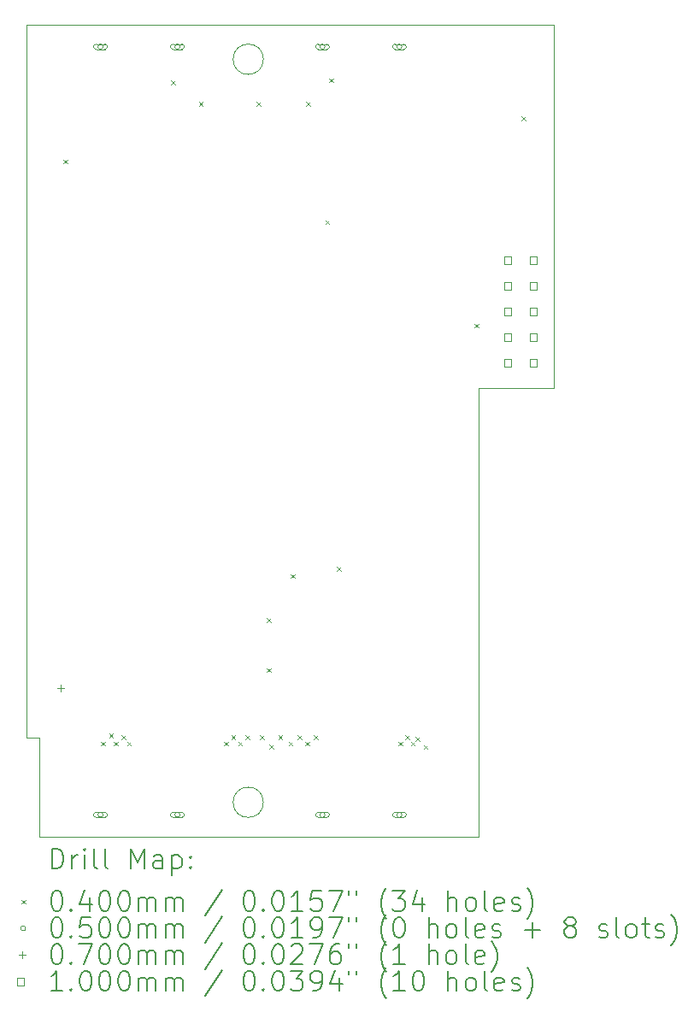
<source format=gbr>
%TF.GenerationSoftware,KiCad,Pcbnew,7.0.10*%
%TF.CreationDate,2025-01-07T15:55:44-07:00*%
%TF.ProjectId,HATB_ver_8.3.1,48415442-5f76-4657-925f-382e332e312e,8.3.1*%
%TF.SameCoordinates,Original*%
%TF.FileFunction,Drillmap*%
%TF.FilePolarity,Positive*%
%FSLAX45Y45*%
G04 Gerber Fmt 4.5, Leading zero omitted, Abs format (unit mm)*
G04 Created by KiCad (PCBNEW 7.0.10) date 2025-01-07 15:55:44*
%MOMM*%
%LPD*%
G01*
G04 APERTURE LIST*
%ADD10C,0.100000*%
%ADD11C,0.200000*%
G04 APERTURE END LIST*
D10*
X21944000Y-4980000D02*
X16714000Y-4980000D01*
X16844000Y-13020000D02*
X16844000Y-12040000D01*
X16714000Y-4980000D02*
X16714000Y-12040000D01*
X16714000Y-12040000D02*
X16844000Y-12040000D01*
X19064000Y-12680000D02*
G75*
G03*
X18764000Y-12680000I-150000J0D01*
G01*
X18764000Y-12680000D02*
G75*
G03*
X19064000Y-12680000I150000J0D01*
G01*
X21944000Y-8580000D02*
X21194000Y-8580000D01*
X21944000Y-4980000D02*
X21944000Y-8580000D01*
X16844000Y-13020000D02*
X21194000Y-13020000D01*
X21194000Y-13020000D02*
X21194000Y-8580000D01*
X19064000Y-5320000D02*
G75*
G03*
X18764000Y-5320000I-150000J0D01*
G01*
X18764000Y-5320000D02*
G75*
G03*
X19064000Y-5320000I150000J0D01*
G01*
D11*
D10*
X17084000Y-6314000D02*
X17124000Y-6354000D01*
X17124000Y-6314000D02*
X17084000Y-6354000D01*
X17456000Y-12078000D02*
X17496000Y-12118000D01*
X17496000Y-12078000D02*
X17456000Y-12118000D01*
X17536000Y-11998000D02*
X17576000Y-12038000D01*
X17576000Y-11998000D02*
X17536000Y-12038000D01*
X17579500Y-12078500D02*
X17619500Y-12118500D01*
X17619500Y-12078500D02*
X17579500Y-12118500D01*
X17660060Y-12014940D02*
X17700060Y-12054940D01*
X17700060Y-12014940D02*
X17660060Y-12054940D01*
X17712500Y-12078500D02*
X17752500Y-12118500D01*
X17752500Y-12078500D02*
X17712500Y-12118500D01*
X18150000Y-5532000D02*
X18190000Y-5572000D01*
X18190000Y-5532000D02*
X18150000Y-5572000D01*
X18424000Y-5743000D02*
X18464000Y-5783000D01*
X18464000Y-5743000D02*
X18424000Y-5783000D01*
X18676060Y-12079940D02*
X18716060Y-12119940D01*
X18716060Y-12079940D02*
X18676060Y-12119940D01*
X18745060Y-12014940D02*
X18785060Y-12054940D01*
X18785060Y-12014940D02*
X18745060Y-12054940D01*
X18813060Y-12079940D02*
X18853060Y-12119940D01*
X18853060Y-12079940D02*
X18813060Y-12119940D01*
X18885060Y-12014940D02*
X18925060Y-12054940D01*
X18925060Y-12014940D02*
X18885060Y-12054940D01*
X18995000Y-5743000D02*
X19035000Y-5783000D01*
X19035000Y-5743000D02*
X18995000Y-5783000D01*
X19028940Y-12014940D02*
X19068940Y-12054940D01*
X19068940Y-12014940D02*
X19028940Y-12054940D01*
X19099001Y-10856000D02*
X19139001Y-10896000D01*
X19139001Y-10856000D02*
X19099001Y-10896000D01*
X19099001Y-11349999D02*
X19139001Y-11389999D01*
X19139001Y-11349999D02*
X19099001Y-11389999D01*
X19125000Y-12111000D02*
X19165000Y-12151000D01*
X19165000Y-12111000D02*
X19125000Y-12151000D01*
X19212500Y-12014500D02*
X19252500Y-12054500D01*
X19252500Y-12014500D02*
X19212500Y-12054500D01*
X19314500Y-12079500D02*
X19354500Y-12119500D01*
X19354500Y-12079500D02*
X19314500Y-12119500D01*
X19333000Y-10419000D02*
X19373000Y-10459000D01*
X19373000Y-10419000D02*
X19333000Y-10459000D01*
X19402500Y-12014500D02*
X19442500Y-12054500D01*
X19442500Y-12014500D02*
X19402500Y-12054500D01*
X19480500Y-12079500D02*
X19520500Y-12119500D01*
X19520500Y-12079500D02*
X19480500Y-12119500D01*
X19484000Y-5743000D02*
X19524000Y-5783000D01*
X19524000Y-5743000D02*
X19484000Y-5783000D01*
X19564500Y-12014500D02*
X19604500Y-12054500D01*
X19604500Y-12014500D02*
X19564500Y-12054500D01*
X19678000Y-6915000D02*
X19718000Y-6955000D01*
X19718000Y-6915000D02*
X19678000Y-6955000D01*
X19718000Y-5509000D02*
X19758000Y-5549000D01*
X19758000Y-5509000D02*
X19718000Y-5549000D01*
X19794000Y-10347000D02*
X19834000Y-10387000D01*
X19834000Y-10347000D02*
X19794000Y-10387000D01*
X20402500Y-12079500D02*
X20442500Y-12119500D01*
X20442500Y-12079500D02*
X20402500Y-12119500D01*
X20467500Y-12014500D02*
X20507500Y-12054500D01*
X20507500Y-12014500D02*
X20467500Y-12054500D01*
X20524500Y-12079500D02*
X20564500Y-12119500D01*
X20564500Y-12079500D02*
X20524500Y-12119500D01*
X20570500Y-12033500D02*
X20610500Y-12073500D01*
X20610500Y-12033500D02*
X20570500Y-12073500D01*
X20651000Y-12114000D02*
X20691000Y-12154000D01*
X20691000Y-12114000D02*
X20651000Y-12154000D01*
X21154951Y-7940049D02*
X21194951Y-7980049D01*
X21194951Y-7940049D02*
X21154951Y-7980049D01*
X21623000Y-5885000D02*
X21663000Y-5925000D01*
X21663000Y-5885000D02*
X21623000Y-5925000D01*
X17475000Y-5195000D02*
G75*
G03*
X17425000Y-5195000I-25000J0D01*
G01*
X17425000Y-5195000D02*
G75*
G03*
X17475000Y-5195000I25000J0D01*
G01*
X17492500Y-5170000D02*
X17407500Y-5170000D01*
X17407500Y-5170000D02*
G75*
G03*
X17407500Y-5220000I0J-25000D01*
G01*
X17407500Y-5220000D02*
X17492500Y-5220000D01*
X17492500Y-5220000D02*
G75*
G03*
X17492500Y-5170000I0J25000D01*
G01*
X17475000Y-12805000D02*
G75*
G03*
X17425000Y-12805000I-25000J0D01*
G01*
X17425000Y-12805000D02*
G75*
G03*
X17475000Y-12805000I25000J0D01*
G01*
X17492500Y-12780000D02*
X17407500Y-12780000D01*
X17407500Y-12780000D02*
G75*
G03*
X17407500Y-12830000I0J-25000D01*
G01*
X17407500Y-12830000D02*
X17492500Y-12830000D01*
X17492500Y-12830000D02*
G75*
G03*
X17492500Y-12780000I0J25000D01*
G01*
X18237000Y-5195000D02*
G75*
G03*
X18187000Y-5195000I-25000J0D01*
G01*
X18187000Y-5195000D02*
G75*
G03*
X18237000Y-5195000I25000J0D01*
G01*
X18254500Y-5170000D02*
X18169500Y-5170000D01*
X18169500Y-5170000D02*
G75*
G03*
X18169500Y-5220000I0J-25000D01*
G01*
X18169500Y-5220000D02*
X18254500Y-5220000D01*
X18254500Y-5220000D02*
G75*
G03*
X18254500Y-5170000I0J25000D01*
G01*
X18237000Y-12805000D02*
G75*
G03*
X18187000Y-12805000I-25000J0D01*
G01*
X18187000Y-12805000D02*
G75*
G03*
X18237000Y-12805000I25000J0D01*
G01*
X18254500Y-12780000D02*
X18169500Y-12780000D01*
X18169500Y-12780000D02*
G75*
G03*
X18169500Y-12830000I0J-25000D01*
G01*
X18169500Y-12830000D02*
X18254500Y-12830000D01*
X18254500Y-12830000D02*
G75*
G03*
X18254500Y-12780000I0J25000D01*
G01*
X19675000Y-5195000D02*
G75*
G03*
X19625000Y-5195000I-25000J0D01*
G01*
X19625000Y-5195000D02*
G75*
G03*
X19675000Y-5195000I25000J0D01*
G01*
X19692500Y-5170000D02*
X19607500Y-5170000D01*
X19607500Y-5170000D02*
G75*
G03*
X19607500Y-5220000I0J-25000D01*
G01*
X19607500Y-5220000D02*
X19692500Y-5220000D01*
X19692500Y-5220000D02*
G75*
G03*
X19692500Y-5170000I0J25000D01*
G01*
X19675000Y-12805000D02*
G75*
G03*
X19625000Y-12805000I-25000J0D01*
G01*
X19625000Y-12805000D02*
G75*
G03*
X19675000Y-12805000I25000J0D01*
G01*
X19692500Y-12780000D02*
X19607500Y-12780000D01*
X19607500Y-12780000D02*
G75*
G03*
X19607500Y-12830000I0J-25000D01*
G01*
X19607500Y-12830000D02*
X19692500Y-12830000D01*
X19692500Y-12830000D02*
G75*
G03*
X19692500Y-12780000I0J25000D01*
G01*
X20437000Y-5195000D02*
G75*
G03*
X20387000Y-5195000I-25000J0D01*
G01*
X20387000Y-5195000D02*
G75*
G03*
X20437000Y-5195000I25000J0D01*
G01*
X20454500Y-5170000D02*
X20369500Y-5170000D01*
X20369500Y-5170000D02*
G75*
G03*
X20369500Y-5220000I0J-25000D01*
G01*
X20369500Y-5220000D02*
X20454500Y-5220000D01*
X20454500Y-5220000D02*
G75*
G03*
X20454500Y-5170000I0J25000D01*
G01*
X20437000Y-12805000D02*
G75*
G03*
X20387000Y-12805000I-25000J0D01*
G01*
X20387000Y-12805000D02*
G75*
G03*
X20437000Y-12805000I25000J0D01*
G01*
X20454500Y-12780000D02*
X20369500Y-12780000D01*
X20369500Y-12780000D02*
G75*
G03*
X20369500Y-12830000I0J-25000D01*
G01*
X20369500Y-12830000D02*
X20454500Y-12830000D01*
X20454500Y-12830000D02*
G75*
G03*
X20454500Y-12780000I0J25000D01*
G01*
X17056000Y-11513000D02*
X17056000Y-11583000D01*
X17021000Y-11548000D02*
X17091000Y-11548000D01*
X21521356Y-7346356D02*
X21521356Y-7275644D01*
X21450644Y-7275644D01*
X21450644Y-7346356D01*
X21521356Y-7346356D01*
X21521356Y-7600356D02*
X21521356Y-7529644D01*
X21450644Y-7529644D01*
X21450644Y-7600356D01*
X21521356Y-7600356D01*
X21521356Y-7854356D02*
X21521356Y-7783644D01*
X21450644Y-7783644D01*
X21450644Y-7854356D01*
X21521356Y-7854356D01*
X21521356Y-8108356D02*
X21521356Y-8037644D01*
X21450644Y-8037644D01*
X21450644Y-8108356D01*
X21521356Y-8108356D01*
X21521356Y-8362356D02*
X21521356Y-8291644D01*
X21450644Y-8291644D01*
X21450644Y-8362356D01*
X21521356Y-8362356D01*
X21775356Y-7346356D02*
X21775356Y-7275644D01*
X21704644Y-7275644D01*
X21704644Y-7346356D01*
X21775356Y-7346356D01*
X21775356Y-7600356D02*
X21775356Y-7529644D01*
X21704644Y-7529644D01*
X21704644Y-7600356D01*
X21775356Y-7600356D01*
X21775356Y-7854356D02*
X21775356Y-7783644D01*
X21704644Y-7783644D01*
X21704644Y-7854356D01*
X21775356Y-7854356D01*
X21775356Y-8108356D02*
X21775356Y-8037644D01*
X21704644Y-8037644D01*
X21704644Y-8108356D01*
X21775356Y-8108356D01*
X21775356Y-8362356D02*
X21775356Y-8291644D01*
X21704644Y-8291644D01*
X21704644Y-8362356D01*
X21775356Y-8362356D01*
D11*
X16969777Y-13336484D02*
X16969777Y-13136484D01*
X16969777Y-13136484D02*
X17017396Y-13136484D01*
X17017396Y-13136484D02*
X17045967Y-13146008D01*
X17045967Y-13146008D02*
X17065015Y-13165055D01*
X17065015Y-13165055D02*
X17074539Y-13184103D01*
X17074539Y-13184103D02*
X17084063Y-13222198D01*
X17084063Y-13222198D02*
X17084063Y-13250769D01*
X17084063Y-13250769D02*
X17074539Y-13288865D01*
X17074539Y-13288865D02*
X17065015Y-13307912D01*
X17065015Y-13307912D02*
X17045967Y-13326960D01*
X17045967Y-13326960D02*
X17017396Y-13336484D01*
X17017396Y-13336484D02*
X16969777Y-13336484D01*
X17169777Y-13336484D02*
X17169777Y-13203150D01*
X17169777Y-13241246D02*
X17179301Y-13222198D01*
X17179301Y-13222198D02*
X17188824Y-13212674D01*
X17188824Y-13212674D02*
X17207872Y-13203150D01*
X17207872Y-13203150D02*
X17226920Y-13203150D01*
X17293586Y-13336484D02*
X17293586Y-13203150D01*
X17293586Y-13136484D02*
X17284063Y-13146008D01*
X17284063Y-13146008D02*
X17293586Y-13155531D01*
X17293586Y-13155531D02*
X17303110Y-13146008D01*
X17303110Y-13146008D02*
X17293586Y-13136484D01*
X17293586Y-13136484D02*
X17293586Y-13155531D01*
X17417396Y-13336484D02*
X17398348Y-13326960D01*
X17398348Y-13326960D02*
X17388824Y-13307912D01*
X17388824Y-13307912D02*
X17388824Y-13136484D01*
X17522158Y-13336484D02*
X17503110Y-13326960D01*
X17503110Y-13326960D02*
X17493586Y-13307912D01*
X17493586Y-13307912D02*
X17493586Y-13136484D01*
X17750729Y-13336484D02*
X17750729Y-13136484D01*
X17750729Y-13136484D02*
X17817396Y-13279341D01*
X17817396Y-13279341D02*
X17884063Y-13136484D01*
X17884063Y-13136484D02*
X17884063Y-13336484D01*
X18065015Y-13336484D02*
X18065015Y-13231722D01*
X18065015Y-13231722D02*
X18055491Y-13212674D01*
X18055491Y-13212674D02*
X18036444Y-13203150D01*
X18036444Y-13203150D02*
X17998348Y-13203150D01*
X17998348Y-13203150D02*
X17979301Y-13212674D01*
X18065015Y-13326960D02*
X18045967Y-13336484D01*
X18045967Y-13336484D02*
X17998348Y-13336484D01*
X17998348Y-13336484D02*
X17979301Y-13326960D01*
X17979301Y-13326960D02*
X17969777Y-13307912D01*
X17969777Y-13307912D02*
X17969777Y-13288865D01*
X17969777Y-13288865D02*
X17979301Y-13269817D01*
X17979301Y-13269817D02*
X17998348Y-13260293D01*
X17998348Y-13260293D02*
X18045967Y-13260293D01*
X18045967Y-13260293D02*
X18065015Y-13250769D01*
X18160253Y-13203150D02*
X18160253Y-13403150D01*
X18160253Y-13212674D02*
X18179301Y-13203150D01*
X18179301Y-13203150D02*
X18217396Y-13203150D01*
X18217396Y-13203150D02*
X18236444Y-13212674D01*
X18236444Y-13212674D02*
X18245967Y-13222198D01*
X18245967Y-13222198D02*
X18255491Y-13241246D01*
X18255491Y-13241246D02*
X18255491Y-13298388D01*
X18255491Y-13298388D02*
X18245967Y-13317436D01*
X18245967Y-13317436D02*
X18236444Y-13326960D01*
X18236444Y-13326960D02*
X18217396Y-13336484D01*
X18217396Y-13336484D02*
X18179301Y-13336484D01*
X18179301Y-13336484D02*
X18160253Y-13326960D01*
X18341205Y-13317436D02*
X18350729Y-13326960D01*
X18350729Y-13326960D02*
X18341205Y-13336484D01*
X18341205Y-13336484D02*
X18331682Y-13326960D01*
X18331682Y-13326960D02*
X18341205Y-13317436D01*
X18341205Y-13317436D02*
X18341205Y-13336484D01*
X18341205Y-13212674D02*
X18350729Y-13222198D01*
X18350729Y-13222198D02*
X18341205Y-13231722D01*
X18341205Y-13231722D02*
X18331682Y-13222198D01*
X18331682Y-13222198D02*
X18341205Y-13212674D01*
X18341205Y-13212674D02*
X18341205Y-13231722D01*
D10*
X16669000Y-13645000D02*
X16709000Y-13685000D01*
X16709000Y-13645000D02*
X16669000Y-13685000D01*
D11*
X17007872Y-13556484D02*
X17026920Y-13556484D01*
X17026920Y-13556484D02*
X17045967Y-13566008D01*
X17045967Y-13566008D02*
X17055491Y-13575531D01*
X17055491Y-13575531D02*
X17065015Y-13594579D01*
X17065015Y-13594579D02*
X17074539Y-13632674D01*
X17074539Y-13632674D02*
X17074539Y-13680293D01*
X17074539Y-13680293D02*
X17065015Y-13718388D01*
X17065015Y-13718388D02*
X17055491Y-13737436D01*
X17055491Y-13737436D02*
X17045967Y-13746960D01*
X17045967Y-13746960D02*
X17026920Y-13756484D01*
X17026920Y-13756484D02*
X17007872Y-13756484D01*
X17007872Y-13756484D02*
X16988824Y-13746960D01*
X16988824Y-13746960D02*
X16979301Y-13737436D01*
X16979301Y-13737436D02*
X16969777Y-13718388D01*
X16969777Y-13718388D02*
X16960253Y-13680293D01*
X16960253Y-13680293D02*
X16960253Y-13632674D01*
X16960253Y-13632674D02*
X16969777Y-13594579D01*
X16969777Y-13594579D02*
X16979301Y-13575531D01*
X16979301Y-13575531D02*
X16988824Y-13566008D01*
X16988824Y-13566008D02*
X17007872Y-13556484D01*
X17160253Y-13737436D02*
X17169777Y-13746960D01*
X17169777Y-13746960D02*
X17160253Y-13756484D01*
X17160253Y-13756484D02*
X17150729Y-13746960D01*
X17150729Y-13746960D02*
X17160253Y-13737436D01*
X17160253Y-13737436D02*
X17160253Y-13756484D01*
X17341205Y-13623150D02*
X17341205Y-13756484D01*
X17293586Y-13546960D02*
X17245967Y-13689817D01*
X17245967Y-13689817D02*
X17369777Y-13689817D01*
X17484063Y-13556484D02*
X17503110Y-13556484D01*
X17503110Y-13556484D02*
X17522158Y-13566008D01*
X17522158Y-13566008D02*
X17531682Y-13575531D01*
X17531682Y-13575531D02*
X17541205Y-13594579D01*
X17541205Y-13594579D02*
X17550729Y-13632674D01*
X17550729Y-13632674D02*
X17550729Y-13680293D01*
X17550729Y-13680293D02*
X17541205Y-13718388D01*
X17541205Y-13718388D02*
X17531682Y-13737436D01*
X17531682Y-13737436D02*
X17522158Y-13746960D01*
X17522158Y-13746960D02*
X17503110Y-13756484D01*
X17503110Y-13756484D02*
X17484063Y-13756484D01*
X17484063Y-13756484D02*
X17465015Y-13746960D01*
X17465015Y-13746960D02*
X17455491Y-13737436D01*
X17455491Y-13737436D02*
X17445967Y-13718388D01*
X17445967Y-13718388D02*
X17436444Y-13680293D01*
X17436444Y-13680293D02*
X17436444Y-13632674D01*
X17436444Y-13632674D02*
X17445967Y-13594579D01*
X17445967Y-13594579D02*
X17455491Y-13575531D01*
X17455491Y-13575531D02*
X17465015Y-13566008D01*
X17465015Y-13566008D02*
X17484063Y-13556484D01*
X17674539Y-13556484D02*
X17693586Y-13556484D01*
X17693586Y-13556484D02*
X17712634Y-13566008D01*
X17712634Y-13566008D02*
X17722158Y-13575531D01*
X17722158Y-13575531D02*
X17731682Y-13594579D01*
X17731682Y-13594579D02*
X17741205Y-13632674D01*
X17741205Y-13632674D02*
X17741205Y-13680293D01*
X17741205Y-13680293D02*
X17731682Y-13718388D01*
X17731682Y-13718388D02*
X17722158Y-13737436D01*
X17722158Y-13737436D02*
X17712634Y-13746960D01*
X17712634Y-13746960D02*
X17693586Y-13756484D01*
X17693586Y-13756484D02*
X17674539Y-13756484D01*
X17674539Y-13756484D02*
X17655491Y-13746960D01*
X17655491Y-13746960D02*
X17645967Y-13737436D01*
X17645967Y-13737436D02*
X17636444Y-13718388D01*
X17636444Y-13718388D02*
X17626920Y-13680293D01*
X17626920Y-13680293D02*
X17626920Y-13632674D01*
X17626920Y-13632674D02*
X17636444Y-13594579D01*
X17636444Y-13594579D02*
X17645967Y-13575531D01*
X17645967Y-13575531D02*
X17655491Y-13566008D01*
X17655491Y-13566008D02*
X17674539Y-13556484D01*
X17826920Y-13756484D02*
X17826920Y-13623150D01*
X17826920Y-13642198D02*
X17836444Y-13632674D01*
X17836444Y-13632674D02*
X17855491Y-13623150D01*
X17855491Y-13623150D02*
X17884063Y-13623150D01*
X17884063Y-13623150D02*
X17903110Y-13632674D01*
X17903110Y-13632674D02*
X17912634Y-13651722D01*
X17912634Y-13651722D02*
X17912634Y-13756484D01*
X17912634Y-13651722D02*
X17922158Y-13632674D01*
X17922158Y-13632674D02*
X17941205Y-13623150D01*
X17941205Y-13623150D02*
X17969777Y-13623150D01*
X17969777Y-13623150D02*
X17988825Y-13632674D01*
X17988825Y-13632674D02*
X17998348Y-13651722D01*
X17998348Y-13651722D02*
X17998348Y-13756484D01*
X18093586Y-13756484D02*
X18093586Y-13623150D01*
X18093586Y-13642198D02*
X18103110Y-13632674D01*
X18103110Y-13632674D02*
X18122158Y-13623150D01*
X18122158Y-13623150D02*
X18150729Y-13623150D01*
X18150729Y-13623150D02*
X18169777Y-13632674D01*
X18169777Y-13632674D02*
X18179301Y-13651722D01*
X18179301Y-13651722D02*
X18179301Y-13756484D01*
X18179301Y-13651722D02*
X18188825Y-13632674D01*
X18188825Y-13632674D02*
X18207872Y-13623150D01*
X18207872Y-13623150D02*
X18236444Y-13623150D01*
X18236444Y-13623150D02*
X18255491Y-13632674D01*
X18255491Y-13632674D02*
X18265015Y-13651722D01*
X18265015Y-13651722D02*
X18265015Y-13756484D01*
X18655491Y-13546960D02*
X18484063Y-13804103D01*
X18912634Y-13556484D02*
X18931682Y-13556484D01*
X18931682Y-13556484D02*
X18950729Y-13566008D01*
X18950729Y-13566008D02*
X18960253Y-13575531D01*
X18960253Y-13575531D02*
X18969777Y-13594579D01*
X18969777Y-13594579D02*
X18979301Y-13632674D01*
X18979301Y-13632674D02*
X18979301Y-13680293D01*
X18979301Y-13680293D02*
X18969777Y-13718388D01*
X18969777Y-13718388D02*
X18960253Y-13737436D01*
X18960253Y-13737436D02*
X18950729Y-13746960D01*
X18950729Y-13746960D02*
X18931682Y-13756484D01*
X18931682Y-13756484D02*
X18912634Y-13756484D01*
X18912634Y-13756484D02*
X18893587Y-13746960D01*
X18893587Y-13746960D02*
X18884063Y-13737436D01*
X18884063Y-13737436D02*
X18874539Y-13718388D01*
X18874539Y-13718388D02*
X18865015Y-13680293D01*
X18865015Y-13680293D02*
X18865015Y-13632674D01*
X18865015Y-13632674D02*
X18874539Y-13594579D01*
X18874539Y-13594579D02*
X18884063Y-13575531D01*
X18884063Y-13575531D02*
X18893587Y-13566008D01*
X18893587Y-13566008D02*
X18912634Y-13556484D01*
X19065015Y-13737436D02*
X19074539Y-13746960D01*
X19074539Y-13746960D02*
X19065015Y-13756484D01*
X19065015Y-13756484D02*
X19055491Y-13746960D01*
X19055491Y-13746960D02*
X19065015Y-13737436D01*
X19065015Y-13737436D02*
X19065015Y-13756484D01*
X19198348Y-13556484D02*
X19217396Y-13556484D01*
X19217396Y-13556484D02*
X19236444Y-13566008D01*
X19236444Y-13566008D02*
X19245968Y-13575531D01*
X19245968Y-13575531D02*
X19255491Y-13594579D01*
X19255491Y-13594579D02*
X19265015Y-13632674D01*
X19265015Y-13632674D02*
X19265015Y-13680293D01*
X19265015Y-13680293D02*
X19255491Y-13718388D01*
X19255491Y-13718388D02*
X19245968Y-13737436D01*
X19245968Y-13737436D02*
X19236444Y-13746960D01*
X19236444Y-13746960D02*
X19217396Y-13756484D01*
X19217396Y-13756484D02*
X19198348Y-13756484D01*
X19198348Y-13756484D02*
X19179301Y-13746960D01*
X19179301Y-13746960D02*
X19169777Y-13737436D01*
X19169777Y-13737436D02*
X19160253Y-13718388D01*
X19160253Y-13718388D02*
X19150729Y-13680293D01*
X19150729Y-13680293D02*
X19150729Y-13632674D01*
X19150729Y-13632674D02*
X19160253Y-13594579D01*
X19160253Y-13594579D02*
X19169777Y-13575531D01*
X19169777Y-13575531D02*
X19179301Y-13566008D01*
X19179301Y-13566008D02*
X19198348Y-13556484D01*
X19455491Y-13756484D02*
X19341206Y-13756484D01*
X19398348Y-13756484D02*
X19398348Y-13556484D01*
X19398348Y-13556484D02*
X19379301Y-13585055D01*
X19379301Y-13585055D02*
X19360253Y-13604103D01*
X19360253Y-13604103D02*
X19341206Y-13613627D01*
X19636444Y-13556484D02*
X19541206Y-13556484D01*
X19541206Y-13556484D02*
X19531682Y-13651722D01*
X19531682Y-13651722D02*
X19541206Y-13642198D01*
X19541206Y-13642198D02*
X19560253Y-13632674D01*
X19560253Y-13632674D02*
X19607872Y-13632674D01*
X19607872Y-13632674D02*
X19626920Y-13642198D01*
X19626920Y-13642198D02*
X19636444Y-13651722D01*
X19636444Y-13651722D02*
X19645968Y-13670769D01*
X19645968Y-13670769D02*
X19645968Y-13718388D01*
X19645968Y-13718388D02*
X19636444Y-13737436D01*
X19636444Y-13737436D02*
X19626920Y-13746960D01*
X19626920Y-13746960D02*
X19607872Y-13756484D01*
X19607872Y-13756484D02*
X19560253Y-13756484D01*
X19560253Y-13756484D02*
X19541206Y-13746960D01*
X19541206Y-13746960D02*
X19531682Y-13737436D01*
X19712634Y-13556484D02*
X19845968Y-13556484D01*
X19845968Y-13556484D02*
X19760253Y-13756484D01*
X19912634Y-13556484D02*
X19912634Y-13594579D01*
X19988825Y-13556484D02*
X19988825Y-13594579D01*
X20284063Y-13832674D02*
X20274539Y-13823150D01*
X20274539Y-13823150D02*
X20255491Y-13794579D01*
X20255491Y-13794579D02*
X20245968Y-13775531D01*
X20245968Y-13775531D02*
X20236444Y-13746960D01*
X20236444Y-13746960D02*
X20226920Y-13699341D01*
X20226920Y-13699341D02*
X20226920Y-13661246D01*
X20226920Y-13661246D02*
X20236444Y-13613627D01*
X20236444Y-13613627D02*
X20245968Y-13585055D01*
X20245968Y-13585055D02*
X20255491Y-13566008D01*
X20255491Y-13566008D02*
X20274539Y-13537436D01*
X20274539Y-13537436D02*
X20284063Y-13527912D01*
X20341206Y-13556484D02*
X20465015Y-13556484D01*
X20465015Y-13556484D02*
X20398349Y-13632674D01*
X20398349Y-13632674D02*
X20426920Y-13632674D01*
X20426920Y-13632674D02*
X20445968Y-13642198D01*
X20445968Y-13642198D02*
X20455491Y-13651722D01*
X20455491Y-13651722D02*
X20465015Y-13670769D01*
X20465015Y-13670769D02*
X20465015Y-13718388D01*
X20465015Y-13718388D02*
X20455491Y-13737436D01*
X20455491Y-13737436D02*
X20445968Y-13746960D01*
X20445968Y-13746960D02*
X20426920Y-13756484D01*
X20426920Y-13756484D02*
X20369777Y-13756484D01*
X20369777Y-13756484D02*
X20350730Y-13746960D01*
X20350730Y-13746960D02*
X20341206Y-13737436D01*
X20636444Y-13623150D02*
X20636444Y-13756484D01*
X20588825Y-13546960D02*
X20541206Y-13689817D01*
X20541206Y-13689817D02*
X20665015Y-13689817D01*
X20893587Y-13756484D02*
X20893587Y-13556484D01*
X20979301Y-13756484D02*
X20979301Y-13651722D01*
X20979301Y-13651722D02*
X20969777Y-13632674D01*
X20969777Y-13632674D02*
X20950730Y-13623150D01*
X20950730Y-13623150D02*
X20922158Y-13623150D01*
X20922158Y-13623150D02*
X20903111Y-13632674D01*
X20903111Y-13632674D02*
X20893587Y-13642198D01*
X21103111Y-13756484D02*
X21084063Y-13746960D01*
X21084063Y-13746960D02*
X21074539Y-13737436D01*
X21074539Y-13737436D02*
X21065015Y-13718388D01*
X21065015Y-13718388D02*
X21065015Y-13661246D01*
X21065015Y-13661246D02*
X21074539Y-13642198D01*
X21074539Y-13642198D02*
X21084063Y-13632674D01*
X21084063Y-13632674D02*
X21103111Y-13623150D01*
X21103111Y-13623150D02*
X21131682Y-13623150D01*
X21131682Y-13623150D02*
X21150730Y-13632674D01*
X21150730Y-13632674D02*
X21160253Y-13642198D01*
X21160253Y-13642198D02*
X21169777Y-13661246D01*
X21169777Y-13661246D02*
X21169777Y-13718388D01*
X21169777Y-13718388D02*
X21160253Y-13737436D01*
X21160253Y-13737436D02*
X21150730Y-13746960D01*
X21150730Y-13746960D02*
X21131682Y-13756484D01*
X21131682Y-13756484D02*
X21103111Y-13756484D01*
X21284063Y-13756484D02*
X21265015Y-13746960D01*
X21265015Y-13746960D02*
X21255492Y-13727912D01*
X21255492Y-13727912D02*
X21255492Y-13556484D01*
X21436444Y-13746960D02*
X21417396Y-13756484D01*
X21417396Y-13756484D02*
X21379301Y-13756484D01*
X21379301Y-13756484D02*
X21360253Y-13746960D01*
X21360253Y-13746960D02*
X21350730Y-13727912D01*
X21350730Y-13727912D02*
X21350730Y-13651722D01*
X21350730Y-13651722D02*
X21360253Y-13632674D01*
X21360253Y-13632674D02*
X21379301Y-13623150D01*
X21379301Y-13623150D02*
X21417396Y-13623150D01*
X21417396Y-13623150D02*
X21436444Y-13632674D01*
X21436444Y-13632674D02*
X21445968Y-13651722D01*
X21445968Y-13651722D02*
X21445968Y-13670769D01*
X21445968Y-13670769D02*
X21350730Y-13689817D01*
X21522158Y-13746960D02*
X21541206Y-13756484D01*
X21541206Y-13756484D02*
X21579301Y-13756484D01*
X21579301Y-13756484D02*
X21598349Y-13746960D01*
X21598349Y-13746960D02*
X21607873Y-13727912D01*
X21607873Y-13727912D02*
X21607873Y-13718388D01*
X21607873Y-13718388D02*
X21598349Y-13699341D01*
X21598349Y-13699341D02*
X21579301Y-13689817D01*
X21579301Y-13689817D02*
X21550730Y-13689817D01*
X21550730Y-13689817D02*
X21531682Y-13680293D01*
X21531682Y-13680293D02*
X21522158Y-13661246D01*
X21522158Y-13661246D02*
X21522158Y-13651722D01*
X21522158Y-13651722D02*
X21531682Y-13632674D01*
X21531682Y-13632674D02*
X21550730Y-13623150D01*
X21550730Y-13623150D02*
X21579301Y-13623150D01*
X21579301Y-13623150D02*
X21598349Y-13632674D01*
X21674539Y-13832674D02*
X21684063Y-13823150D01*
X21684063Y-13823150D02*
X21703111Y-13794579D01*
X21703111Y-13794579D02*
X21712634Y-13775531D01*
X21712634Y-13775531D02*
X21722158Y-13746960D01*
X21722158Y-13746960D02*
X21731682Y-13699341D01*
X21731682Y-13699341D02*
X21731682Y-13661246D01*
X21731682Y-13661246D02*
X21722158Y-13613627D01*
X21722158Y-13613627D02*
X21712634Y-13585055D01*
X21712634Y-13585055D02*
X21703111Y-13566008D01*
X21703111Y-13566008D02*
X21684063Y-13537436D01*
X21684063Y-13537436D02*
X21674539Y-13527912D01*
D10*
X16709000Y-13929000D02*
G75*
G03*
X16659000Y-13929000I-25000J0D01*
G01*
X16659000Y-13929000D02*
G75*
G03*
X16709000Y-13929000I25000J0D01*
G01*
D11*
X17007872Y-13820484D02*
X17026920Y-13820484D01*
X17026920Y-13820484D02*
X17045967Y-13830008D01*
X17045967Y-13830008D02*
X17055491Y-13839531D01*
X17055491Y-13839531D02*
X17065015Y-13858579D01*
X17065015Y-13858579D02*
X17074539Y-13896674D01*
X17074539Y-13896674D02*
X17074539Y-13944293D01*
X17074539Y-13944293D02*
X17065015Y-13982388D01*
X17065015Y-13982388D02*
X17055491Y-14001436D01*
X17055491Y-14001436D02*
X17045967Y-14010960D01*
X17045967Y-14010960D02*
X17026920Y-14020484D01*
X17026920Y-14020484D02*
X17007872Y-14020484D01*
X17007872Y-14020484D02*
X16988824Y-14010960D01*
X16988824Y-14010960D02*
X16979301Y-14001436D01*
X16979301Y-14001436D02*
X16969777Y-13982388D01*
X16969777Y-13982388D02*
X16960253Y-13944293D01*
X16960253Y-13944293D02*
X16960253Y-13896674D01*
X16960253Y-13896674D02*
X16969777Y-13858579D01*
X16969777Y-13858579D02*
X16979301Y-13839531D01*
X16979301Y-13839531D02*
X16988824Y-13830008D01*
X16988824Y-13830008D02*
X17007872Y-13820484D01*
X17160253Y-14001436D02*
X17169777Y-14010960D01*
X17169777Y-14010960D02*
X17160253Y-14020484D01*
X17160253Y-14020484D02*
X17150729Y-14010960D01*
X17150729Y-14010960D02*
X17160253Y-14001436D01*
X17160253Y-14001436D02*
X17160253Y-14020484D01*
X17350729Y-13820484D02*
X17255491Y-13820484D01*
X17255491Y-13820484D02*
X17245967Y-13915722D01*
X17245967Y-13915722D02*
X17255491Y-13906198D01*
X17255491Y-13906198D02*
X17274539Y-13896674D01*
X17274539Y-13896674D02*
X17322158Y-13896674D01*
X17322158Y-13896674D02*
X17341205Y-13906198D01*
X17341205Y-13906198D02*
X17350729Y-13915722D01*
X17350729Y-13915722D02*
X17360253Y-13934769D01*
X17360253Y-13934769D02*
X17360253Y-13982388D01*
X17360253Y-13982388D02*
X17350729Y-14001436D01*
X17350729Y-14001436D02*
X17341205Y-14010960D01*
X17341205Y-14010960D02*
X17322158Y-14020484D01*
X17322158Y-14020484D02*
X17274539Y-14020484D01*
X17274539Y-14020484D02*
X17255491Y-14010960D01*
X17255491Y-14010960D02*
X17245967Y-14001436D01*
X17484063Y-13820484D02*
X17503110Y-13820484D01*
X17503110Y-13820484D02*
X17522158Y-13830008D01*
X17522158Y-13830008D02*
X17531682Y-13839531D01*
X17531682Y-13839531D02*
X17541205Y-13858579D01*
X17541205Y-13858579D02*
X17550729Y-13896674D01*
X17550729Y-13896674D02*
X17550729Y-13944293D01*
X17550729Y-13944293D02*
X17541205Y-13982388D01*
X17541205Y-13982388D02*
X17531682Y-14001436D01*
X17531682Y-14001436D02*
X17522158Y-14010960D01*
X17522158Y-14010960D02*
X17503110Y-14020484D01*
X17503110Y-14020484D02*
X17484063Y-14020484D01*
X17484063Y-14020484D02*
X17465015Y-14010960D01*
X17465015Y-14010960D02*
X17455491Y-14001436D01*
X17455491Y-14001436D02*
X17445967Y-13982388D01*
X17445967Y-13982388D02*
X17436444Y-13944293D01*
X17436444Y-13944293D02*
X17436444Y-13896674D01*
X17436444Y-13896674D02*
X17445967Y-13858579D01*
X17445967Y-13858579D02*
X17455491Y-13839531D01*
X17455491Y-13839531D02*
X17465015Y-13830008D01*
X17465015Y-13830008D02*
X17484063Y-13820484D01*
X17674539Y-13820484D02*
X17693586Y-13820484D01*
X17693586Y-13820484D02*
X17712634Y-13830008D01*
X17712634Y-13830008D02*
X17722158Y-13839531D01*
X17722158Y-13839531D02*
X17731682Y-13858579D01*
X17731682Y-13858579D02*
X17741205Y-13896674D01*
X17741205Y-13896674D02*
X17741205Y-13944293D01*
X17741205Y-13944293D02*
X17731682Y-13982388D01*
X17731682Y-13982388D02*
X17722158Y-14001436D01*
X17722158Y-14001436D02*
X17712634Y-14010960D01*
X17712634Y-14010960D02*
X17693586Y-14020484D01*
X17693586Y-14020484D02*
X17674539Y-14020484D01*
X17674539Y-14020484D02*
X17655491Y-14010960D01*
X17655491Y-14010960D02*
X17645967Y-14001436D01*
X17645967Y-14001436D02*
X17636444Y-13982388D01*
X17636444Y-13982388D02*
X17626920Y-13944293D01*
X17626920Y-13944293D02*
X17626920Y-13896674D01*
X17626920Y-13896674D02*
X17636444Y-13858579D01*
X17636444Y-13858579D02*
X17645967Y-13839531D01*
X17645967Y-13839531D02*
X17655491Y-13830008D01*
X17655491Y-13830008D02*
X17674539Y-13820484D01*
X17826920Y-14020484D02*
X17826920Y-13887150D01*
X17826920Y-13906198D02*
X17836444Y-13896674D01*
X17836444Y-13896674D02*
X17855491Y-13887150D01*
X17855491Y-13887150D02*
X17884063Y-13887150D01*
X17884063Y-13887150D02*
X17903110Y-13896674D01*
X17903110Y-13896674D02*
X17912634Y-13915722D01*
X17912634Y-13915722D02*
X17912634Y-14020484D01*
X17912634Y-13915722D02*
X17922158Y-13896674D01*
X17922158Y-13896674D02*
X17941205Y-13887150D01*
X17941205Y-13887150D02*
X17969777Y-13887150D01*
X17969777Y-13887150D02*
X17988825Y-13896674D01*
X17988825Y-13896674D02*
X17998348Y-13915722D01*
X17998348Y-13915722D02*
X17998348Y-14020484D01*
X18093586Y-14020484D02*
X18093586Y-13887150D01*
X18093586Y-13906198D02*
X18103110Y-13896674D01*
X18103110Y-13896674D02*
X18122158Y-13887150D01*
X18122158Y-13887150D02*
X18150729Y-13887150D01*
X18150729Y-13887150D02*
X18169777Y-13896674D01*
X18169777Y-13896674D02*
X18179301Y-13915722D01*
X18179301Y-13915722D02*
X18179301Y-14020484D01*
X18179301Y-13915722D02*
X18188825Y-13896674D01*
X18188825Y-13896674D02*
X18207872Y-13887150D01*
X18207872Y-13887150D02*
X18236444Y-13887150D01*
X18236444Y-13887150D02*
X18255491Y-13896674D01*
X18255491Y-13896674D02*
X18265015Y-13915722D01*
X18265015Y-13915722D02*
X18265015Y-14020484D01*
X18655491Y-13810960D02*
X18484063Y-14068103D01*
X18912634Y-13820484D02*
X18931682Y-13820484D01*
X18931682Y-13820484D02*
X18950729Y-13830008D01*
X18950729Y-13830008D02*
X18960253Y-13839531D01*
X18960253Y-13839531D02*
X18969777Y-13858579D01*
X18969777Y-13858579D02*
X18979301Y-13896674D01*
X18979301Y-13896674D02*
X18979301Y-13944293D01*
X18979301Y-13944293D02*
X18969777Y-13982388D01*
X18969777Y-13982388D02*
X18960253Y-14001436D01*
X18960253Y-14001436D02*
X18950729Y-14010960D01*
X18950729Y-14010960D02*
X18931682Y-14020484D01*
X18931682Y-14020484D02*
X18912634Y-14020484D01*
X18912634Y-14020484D02*
X18893587Y-14010960D01*
X18893587Y-14010960D02*
X18884063Y-14001436D01*
X18884063Y-14001436D02*
X18874539Y-13982388D01*
X18874539Y-13982388D02*
X18865015Y-13944293D01*
X18865015Y-13944293D02*
X18865015Y-13896674D01*
X18865015Y-13896674D02*
X18874539Y-13858579D01*
X18874539Y-13858579D02*
X18884063Y-13839531D01*
X18884063Y-13839531D02*
X18893587Y-13830008D01*
X18893587Y-13830008D02*
X18912634Y-13820484D01*
X19065015Y-14001436D02*
X19074539Y-14010960D01*
X19074539Y-14010960D02*
X19065015Y-14020484D01*
X19065015Y-14020484D02*
X19055491Y-14010960D01*
X19055491Y-14010960D02*
X19065015Y-14001436D01*
X19065015Y-14001436D02*
X19065015Y-14020484D01*
X19198348Y-13820484D02*
X19217396Y-13820484D01*
X19217396Y-13820484D02*
X19236444Y-13830008D01*
X19236444Y-13830008D02*
X19245968Y-13839531D01*
X19245968Y-13839531D02*
X19255491Y-13858579D01*
X19255491Y-13858579D02*
X19265015Y-13896674D01*
X19265015Y-13896674D02*
X19265015Y-13944293D01*
X19265015Y-13944293D02*
X19255491Y-13982388D01*
X19255491Y-13982388D02*
X19245968Y-14001436D01*
X19245968Y-14001436D02*
X19236444Y-14010960D01*
X19236444Y-14010960D02*
X19217396Y-14020484D01*
X19217396Y-14020484D02*
X19198348Y-14020484D01*
X19198348Y-14020484D02*
X19179301Y-14010960D01*
X19179301Y-14010960D02*
X19169777Y-14001436D01*
X19169777Y-14001436D02*
X19160253Y-13982388D01*
X19160253Y-13982388D02*
X19150729Y-13944293D01*
X19150729Y-13944293D02*
X19150729Y-13896674D01*
X19150729Y-13896674D02*
X19160253Y-13858579D01*
X19160253Y-13858579D02*
X19169777Y-13839531D01*
X19169777Y-13839531D02*
X19179301Y-13830008D01*
X19179301Y-13830008D02*
X19198348Y-13820484D01*
X19455491Y-14020484D02*
X19341206Y-14020484D01*
X19398348Y-14020484D02*
X19398348Y-13820484D01*
X19398348Y-13820484D02*
X19379301Y-13849055D01*
X19379301Y-13849055D02*
X19360253Y-13868103D01*
X19360253Y-13868103D02*
X19341206Y-13877627D01*
X19550729Y-14020484D02*
X19588825Y-14020484D01*
X19588825Y-14020484D02*
X19607872Y-14010960D01*
X19607872Y-14010960D02*
X19617396Y-14001436D01*
X19617396Y-14001436D02*
X19636444Y-13972865D01*
X19636444Y-13972865D02*
X19645968Y-13934769D01*
X19645968Y-13934769D02*
X19645968Y-13858579D01*
X19645968Y-13858579D02*
X19636444Y-13839531D01*
X19636444Y-13839531D02*
X19626920Y-13830008D01*
X19626920Y-13830008D02*
X19607872Y-13820484D01*
X19607872Y-13820484D02*
X19569777Y-13820484D01*
X19569777Y-13820484D02*
X19550729Y-13830008D01*
X19550729Y-13830008D02*
X19541206Y-13839531D01*
X19541206Y-13839531D02*
X19531682Y-13858579D01*
X19531682Y-13858579D02*
X19531682Y-13906198D01*
X19531682Y-13906198D02*
X19541206Y-13925246D01*
X19541206Y-13925246D02*
X19550729Y-13934769D01*
X19550729Y-13934769D02*
X19569777Y-13944293D01*
X19569777Y-13944293D02*
X19607872Y-13944293D01*
X19607872Y-13944293D02*
X19626920Y-13934769D01*
X19626920Y-13934769D02*
X19636444Y-13925246D01*
X19636444Y-13925246D02*
X19645968Y-13906198D01*
X19712634Y-13820484D02*
X19845968Y-13820484D01*
X19845968Y-13820484D02*
X19760253Y-14020484D01*
X19912634Y-13820484D02*
X19912634Y-13858579D01*
X19988825Y-13820484D02*
X19988825Y-13858579D01*
X20284063Y-14096674D02*
X20274539Y-14087150D01*
X20274539Y-14087150D02*
X20255491Y-14058579D01*
X20255491Y-14058579D02*
X20245968Y-14039531D01*
X20245968Y-14039531D02*
X20236444Y-14010960D01*
X20236444Y-14010960D02*
X20226920Y-13963341D01*
X20226920Y-13963341D02*
X20226920Y-13925246D01*
X20226920Y-13925246D02*
X20236444Y-13877627D01*
X20236444Y-13877627D02*
X20245968Y-13849055D01*
X20245968Y-13849055D02*
X20255491Y-13830008D01*
X20255491Y-13830008D02*
X20274539Y-13801436D01*
X20274539Y-13801436D02*
X20284063Y-13791912D01*
X20398349Y-13820484D02*
X20417396Y-13820484D01*
X20417396Y-13820484D02*
X20436444Y-13830008D01*
X20436444Y-13830008D02*
X20445968Y-13839531D01*
X20445968Y-13839531D02*
X20455491Y-13858579D01*
X20455491Y-13858579D02*
X20465015Y-13896674D01*
X20465015Y-13896674D02*
X20465015Y-13944293D01*
X20465015Y-13944293D02*
X20455491Y-13982388D01*
X20455491Y-13982388D02*
X20445968Y-14001436D01*
X20445968Y-14001436D02*
X20436444Y-14010960D01*
X20436444Y-14010960D02*
X20417396Y-14020484D01*
X20417396Y-14020484D02*
X20398349Y-14020484D01*
X20398349Y-14020484D02*
X20379301Y-14010960D01*
X20379301Y-14010960D02*
X20369777Y-14001436D01*
X20369777Y-14001436D02*
X20360253Y-13982388D01*
X20360253Y-13982388D02*
X20350730Y-13944293D01*
X20350730Y-13944293D02*
X20350730Y-13896674D01*
X20350730Y-13896674D02*
X20360253Y-13858579D01*
X20360253Y-13858579D02*
X20369777Y-13839531D01*
X20369777Y-13839531D02*
X20379301Y-13830008D01*
X20379301Y-13830008D02*
X20398349Y-13820484D01*
X20703111Y-14020484D02*
X20703111Y-13820484D01*
X20788825Y-14020484D02*
X20788825Y-13915722D01*
X20788825Y-13915722D02*
X20779301Y-13896674D01*
X20779301Y-13896674D02*
X20760253Y-13887150D01*
X20760253Y-13887150D02*
X20731682Y-13887150D01*
X20731682Y-13887150D02*
X20712634Y-13896674D01*
X20712634Y-13896674D02*
X20703111Y-13906198D01*
X20912634Y-14020484D02*
X20893587Y-14010960D01*
X20893587Y-14010960D02*
X20884063Y-14001436D01*
X20884063Y-14001436D02*
X20874539Y-13982388D01*
X20874539Y-13982388D02*
X20874539Y-13925246D01*
X20874539Y-13925246D02*
X20884063Y-13906198D01*
X20884063Y-13906198D02*
X20893587Y-13896674D01*
X20893587Y-13896674D02*
X20912634Y-13887150D01*
X20912634Y-13887150D02*
X20941206Y-13887150D01*
X20941206Y-13887150D02*
X20960253Y-13896674D01*
X20960253Y-13896674D02*
X20969777Y-13906198D01*
X20969777Y-13906198D02*
X20979301Y-13925246D01*
X20979301Y-13925246D02*
X20979301Y-13982388D01*
X20979301Y-13982388D02*
X20969777Y-14001436D01*
X20969777Y-14001436D02*
X20960253Y-14010960D01*
X20960253Y-14010960D02*
X20941206Y-14020484D01*
X20941206Y-14020484D02*
X20912634Y-14020484D01*
X21093587Y-14020484D02*
X21074539Y-14010960D01*
X21074539Y-14010960D02*
X21065015Y-13991912D01*
X21065015Y-13991912D02*
X21065015Y-13820484D01*
X21245968Y-14010960D02*
X21226920Y-14020484D01*
X21226920Y-14020484D02*
X21188825Y-14020484D01*
X21188825Y-14020484D02*
X21169777Y-14010960D01*
X21169777Y-14010960D02*
X21160253Y-13991912D01*
X21160253Y-13991912D02*
X21160253Y-13915722D01*
X21160253Y-13915722D02*
X21169777Y-13896674D01*
X21169777Y-13896674D02*
X21188825Y-13887150D01*
X21188825Y-13887150D02*
X21226920Y-13887150D01*
X21226920Y-13887150D02*
X21245968Y-13896674D01*
X21245968Y-13896674D02*
X21255492Y-13915722D01*
X21255492Y-13915722D02*
X21255492Y-13934769D01*
X21255492Y-13934769D02*
X21160253Y-13953817D01*
X21331682Y-14010960D02*
X21350730Y-14020484D01*
X21350730Y-14020484D02*
X21388825Y-14020484D01*
X21388825Y-14020484D02*
X21407873Y-14010960D01*
X21407873Y-14010960D02*
X21417396Y-13991912D01*
X21417396Y-13991912D02*
X21417396Y-13982388D01*
X21417396Y-13982388D02*
X21407873Y-13963341D01*
X21407873Y-13963341D02*
X21388825Y-13953817D01*
X21388825Y-13953817D02*
X21360253Y-13953817D01*
X21360253Y-13953817D02*
X21341206Y-13944293D01*
X21341206Y-13944293D02*
X21331682Y-13925246D01*
X21331682Y-13925246D02*
X21331682Y-13915722D01*
X21331682Y-13915722D02*
X21341206Y-13896674D01*
X21341206Y-13896674D02*
X21360253Y-13887150D01*
X21360253Y-13887150D02*
X21388825Y-13887150D01*
X21388825Y-13887150D02*
X21407873Y-13896674D01*
X21655492Y-13944293D02*
X21807873Y-13944293D01*
X21731682Y-14020484D02*
X21731682Y-13868103D01*
X22084063Y-13906198D02*
X22065015Y-13896674D01*
X22065015Y-13896674D02*
X22055492Y-13887150D01*
X22055492Y-13887150D02*
X22045968Y-13868103D01*
X22045968Y-13868103D02*
X22045968Y-13858579D01*
X22045968Y-13858579D02*
X22055492Y-13839531D01*
X22055492Y-13839531D02*
X22065015Y-13830008D01*
X22065015Y-13830008D02*
X22084063Y-13820484D01*
X22084063Y-13820484D02*
X22122158Y-13820484D01*
X22122158Y-13820484D02*
X22141206Y-13830008D01*
X22141206Y-13830008D02*
X22150730Y-13839531D01*
X22150730Y-13839531D02*
X22160254Y-13858579D01*
X22160254Y-13858579D02*
X22160254Y-13868103D01*
X22160254Y-13868103D02*
X22150730Y-13887150D01*
X22150730Y-13887150D02*
X22141206Y-13896674D01*
X22141206Y-13896674D02*
X22122158Y-13906198D01*
X22122158Y-13906198D02*
X22084063Y-13906198D01*
X22084063Y-13906198D02*
X22065015Y-13915722D01*
X22065015Y-13915722D02*
X22055492Y-13925246D01*
X22055492Y-13925246D02*
X22045968Y-13944293D01*
X22045968Y-13944293D02*
X22045968Y-13982388D01*
X22045968Y-13982388D02*
X22055492Y-14001436D01*
X22055492Y-14001436D02*
X22065015Y-14010960D01*
X22065015Y-14010960D02*
X22084063Y-14020484D01*
X22084063Y-14020484D02*
X22122158Y-14020484D01*
X22122158Y-14020484D02*
X22141206Y-14010960D01*
X22141206Y-14010960D02*
X22150730Y-14001436D01*
X22150730Y-14001436D02*
X22160254Y-13982388D01*
X22160254Y-13982388D02*
X22160254Y-13944293D01*
X22160254Y-13944293D02*
X22150730Y-13925246D01*
X22150730Y-13925246D02*
X22141206Y-13915722D01*
X22141206Y-13915722D02*
X22122158Y-13906198D01*
X22388825Y-14010960D02*
X22407873Y-14020484D01*
X22407873Y-14020484D02*
X22445968Y-14020484D01*
X22445968Y-14020484D02*
X22465015Y-14010960D01*
X22465015Y-14010960D02*
X22474539Y-13991912D01*
X22474539Y-13991912D02*
X22474539Y-13982388D01*
X22474539Y-13982388D02*
X22465015Y-13963341D01*
X22465015Y-13963341D02*
X22445968Y-13953817D01*
X22445968Y-13953817D02*
X22417396Y-13953817D01*
X22417396Y-13953817D02*
X22398349Y-13944293D01*
X22398349Y-13944293D02*
X22388825Y-13925246D01*
X22388825Y-13925246D02*
X22388825Y-13915722D01*
X22388825Y-13915722D02*
X22398349Y-13896674D01*
X22398349Y-13896674D02*
X22417396Y-13887150D01*
X22417396Y-13887150D02*
X22445968Y-13887150D01*
X22445968Y-13887150D02*
X22465015Y-13896674D01*
X22588825Y-14020484D02*
X22569777Y-14010960D01*
X22569777Y-14010960D02*
X22560254Y-13991912D01*
X22560254Y-13991912D02*
X22560254Y-13820484D01*
X22693587Y-14020484D02*
X22674539Y-14010960D01*
X22674539Y-14010960D02*
X22665015Y-14001436D01*
X22665015Y-14001436D02*
X22655492Y-13982388D01*
X22655492Y-13982388D02*
X22655492Y-13925246D01*
X22655492Y-13925246D02*
X22665015Y-13906198D01*
X22665015Y-13906198D02*
X22674539Y-13896674D01*
X22674539Y-13896674D02*
X22693587Y-13887150D01*
X22693587Y-13887150D02*
X22722158Y-13887150D01*
X22722158Y-13887150D02*
X22741206Y-13896674D01*
X22741206Y-13896674D02*
X22750730Y-13906198D01*
X22750730Y-13906198D02*
X22760254Y-13925246D01*
X22760254Y-13925246D02*
X22760254Y-13982388D01*
X22760254Y-13982388D02*
X22750730Y-14001436D01*
X22750730Y-14001436D02*
X22741206Y-14010960D01*
X22741206Y-14010960D02*
X22722158Y-14020484D01*
X22722158Y-14020484D02*
X22693587Y-14020484D01*
X22817396Y-13887150D02*
X22893587Y-13887150D01*
X22845968Y-13820484D02*
X22845968Y-13991912D01*
X22845968Y-13991912D02*
X22855492Y-14010960D01*
X22855492Y-14010960D02*
X22874539Y-14020484D01*
X22874539Y-14020484D02*
X22893587Y-14020484D01*
X22950730Y-14010960D02*
X22969777Y-14020484D01*
X22969777Y-14020484D02*
X23007873Y-14020484D01*
X23007873Y-14020484D02*
X23026920Y-14010960D01*
X23026920Y-14010960D02*
X23036444Y-13991912D01*
X23036444Y-13991912D02*
X23036444Y-13982388D01*
X23036444Y-13982388D02*
X23026920Y-13963341D01*
X23026920Y-13963341D02*
X23007873Y-13953817D01*
X23007873Y-13953817D02*
X22979301Y-13953817D01*
X22979301Y-13953817D02*
X22960254Y-13944293D01*
X22960254Y-13944293D02*
X22950730Y-13925246D01*
X22950730Y-13925246D02*
X22950730Y-13915722D01*
X22950730Y-13915722D02*
X22960254Y-13896674D01*
X22960254Y-13896674D02*
X22979301Y-13887150D01*
X22979301Y-13887150D02*
X23007873Y-13887150D01*
X23007873Y-13887150D02*
X23026920Y-13896674D01*
X23103111Y-14096674D02*
X23112635Y-14087150D01*
X23112635Y-14087150D02*
X23131682Y-14058579D01*
X23131682Y-14058579D02*
X23141206Y-14039531D01*
X23141206Y-14039531D02*
X23150730Y-14010960D01*
X23150730Y-14010960D02*
X23160254Y-13963341D01*
X23160254Y-13963341D02*
X23160254Y-13925246D01*
X23160254Y-13925246D02*
X23150730Y-13877627D01*
X23150730Y-13877627D02*
X23141206Y-13849055D01*
X23141206Y-13849055D02*
X23131682Y-13830008D01*
X23131682Y-13830008D02*
X23112635Y-13801436D01*
X23112635Y-13801436D02*
X23103111Y-13791912D01*
D10*
X16674000Y-14158000D02*
X16674000Y-14228000D01*
X16639000Y-14193000D02*
X16709000Y-14193000D01*
D11*
X17007872Y-14084484D02*
X17026920Y-14084484D01*
X17026920Y-14084484D02*
X17045967Y-14094008D01*
X17045967Y-14094008D02*
X17055491Y-14103531D01*
X17055491Y-14103531D02*
X17065015Y-14122579D01*
X17065015Y-14122579D02*
X17074539Y-14160674D01*
X17074539Y-14160674D02*
X17074539Y-14208293D01*
X17074539Y-14208293D02*
X17065015Y-14246388D01*
X17065015Y-14246388D02*
X17055491Y-14265436D01*
X17055491Y-14265436D02*
X17045967Y-14274960D01*
X17045967Y-14274960D02*
X17026920Y-14284484D01*
X17026920Y-14284484D02*
X17007872Y-14284484D01*
X17007872Y-14284484D02*
X16988824Y-14274960D01*
X16988824Y-14274960D02*
X16979301Y-14265436D01*
X16979301Y-14265436D02*
X16969777Y-14246388D01*
X16969777Y-14246388D02*
X16960253Y-14208293D01*
X16960253Y-14208293D02*
X16960253Y-14160674D01*
X16960253Y-14160674D02*
X16969777Y-14122579D01*
X16969777Y-14122579D02*
X16979301Y-14103531D01*
X16979301Y-14103531D02*
X16988824Y-14094008D01*
X16988824Y-14094008D02*
X17007872Y-14084484D01*
X17160253Y-14265436D02*
X17169777Y-14274960D01*
X17169777Y-14274960D02*
X17160253Y-14284484D01*
X17160253Y-14284484D02*
X17150729Y-14274960D01*
X17150729Y-14274960D02*
X17160253Y-14265436D01*
X17160253Y-14265436D02*
X17160253Y-14284484D01*
X17236444Y-14084484D02*
X17369777Y-14084484D01*
X17369777Y-14084484D02*
X17284063Y-14284484D01*
X17484063Y-14084484D02*
X17503110Y-14084484D01*
X17503110Y-14084484D02*
X17522158Y-14094008D01*
X17522158Y-14094008D02*
X17531682Y-14103531D01*
X17531682Y-14103531D02*
X17541205Y-14122579D01*
X17541205Y-14122579D02*
X17550729Y-14160674D01*
X17550729Y-14160674D02*
X17550729Y-14208293D01*
X17550729Y-14208293D02*
X17541205Y-14246388D01*
X17541205Y-14246388D02*
X17531682Y-14265436D01*
X17531682Y-14265436D02*
X17522158Y-14274960D01*
X17522158Y-14274960D02*
X17503110Y-14284484D01*
X17503110Y-14284484D02*
X17484063Y-14284484D01*
X17484063Y-14284484D02*
X17465015Y-14274960D01*
X17465015Y-14274960D02*
X17455491Y-14265436D01*
X17455491Y-14265436D02*
X17445967Y-14246388D01*
X17445967Y-14246388D02*
X17436444Y-14208293D01*
X17436444Y-14208293D02*
X17436444Y-14160674D01*
X17436444Y-14160674D02*
X17445967Y-14122579D01*
X17445967Y-14122579D02*
X17455491Y-14103531D01*
X17455491Y-14103531D02*
X17465015Y-14094008D01*
X17465015Y-14094008D02*
X17484063Y-14084484D01*
X17674539Y-14084484D02*
X17693586Y-14084484D01*
X17693586Y-14084484D02*
X17712634Y-14094008D01*
X17712634Y-14094008D02*
X17722158Y-14103531D01*
X17722158Y-14103531D02*
X17731682Y-14122579D01*
X17731682Y-14122579D02*
X17741205Y-14160674D01*
X17741205Y-14160674D02*
X17741205Y-14208293D01*
X17741205Y-14208293D02*
X17731682Y-14246388D01*
X17731682Y-14246388D02*
X17722158Y-14265436D01*
X17722158Y-14265436D02*
X17712634Y-14274960D01*
X17712634Y-14274960D02*
X17693586Y-14284484D01*
X17693586Y-14284484D02*
X17674539Y-14284484D01*
X17674539Y-14284484D02*
X17655491Y-14274960D01*
X17655491Y-14274960D02*
X17645967Y-14265436D01*
X17645967Y-14265436D02*
X17636444Y-14246388D01*
X17636444Y-14246388D02*
X17626920Y-14208293D01*
X17626920Y-14208293D02*
X17626920Y-14160674D01*
X17626920Y-14160674D02*
X17636444Y-14122579D01*
X17636444Y-14122579D02*
X17645967Y-14103531D01*
X17645967Y-14103531D02*
X17655491Y-14094008D01*
X17655491Y-14094008D02*
X17674539Y-14084484D01*
X17826920Y-14284484D02*
X17826920Y-14151150D01*
X17826920Y-14170198D02*
X17836444Y-14160674D01*
X17836444Y-14160674D02*
X17855491Y-14151150D01*
X17855491Y-14151150D02*
X17884063Y-14151150D01*
X17884063Y-14151150D02*
X17903110Y-14160674D01*
X17903110Y-14160674D02*
X17912634Y-14179722D01*
X17912634Y-14179722D02*
X17912634Y-14284484D01*
X17912634Y-14179722D02*
X17922158Y-14160674D01*
X17922158Y-14160674D02*
X17941205Y-14151150D01*
X17941205Y-14151150D02*
X17969777Y-14151150D01*
X17969777Y-14151150D02*
X17988825Y-14160674D01*
X17988825Y-14160674D02*
X17998348Y-14179722D01*
X17998348Y-14179722D02*
X17998348Y-14284484D01*
X18093586Y-14284484D02*
X18093586Y-14151150D01*
X18093586Y-14170198D02*
X18103110Y-14160674D01*
X18103110Y-14160674D02*
X18122158Y-14151150D01*
X18122158Y-14151150D02*
X18150729Y-14151150D01*
X18150729Y-14151150D02*
X18169777Y-14160674D01*
X18169777Y-14160674D02*
X18179301Y-14179722D01*
X18179301Y-14179722D02*
X18179301Y-14284484D01*
X18179301Y-14179722D02*
X18188825Y-14160674D01*
X18188825Y-14160674D02*
X18207872Y-14151150D01*
X18207872Y-14151150D02*
X18236444Y-14151150D01*
X18236444Y-14151150D02*
X18255491Y-14160674D01*
X18255491Y-14160674D02*
X18265015Y-14179722D01*
X18265015Y-14179722D02*
X18265015Y-14284484D01*
X18655491Y-14074960D02*
X18484063Y-14332103D01*
X18912634Y-14084484D02*
X18931682Y-14084484D01*
X18931682Y-14084484D02*
X18950729Y-14094008D01*
X18950729Y-14094008D02*
X18960253Y-14103531D01*
X18960253Y-14103531D02*
X18969777Y-14122579D01*
X18969777Y-14122579D02*
X18979301Y-14160674D01*
X18979301Y-14160674D02*
X18979301Y-14208293D01*
X18979301Y-14208293D02*
X18969777Y-14246388D01*
X18969777Y-14246388D02*
X18960253Y-14265436D01*
X18960253Y-14265436D02*
X18950729Y-14274960D01*
X18950729Y-14274960D02*
X18931682Y-14284484D01*
X18931682Y-14284484D02*
X18912634Y-14284484D01*
X18912634Y-14284484D02*
X18893587Y-14274960D01*
X18893587Y-14274960D02*
X18884063Y-14265436D01*
X18884063Y-14265436D02*
X18874539Y-14246388D01*
X18874539Y-14246388D02*
X18865015Y-14208293D01*
X18865015Y-14208293D02*
X18865015Y-14160674D01*
X18865015Y-14160674D02*
X18874539Y-14122579D01*
X18874539Y-14122579D02*
X18884063Y-14103531D01*
X18884063Y-14103531D02*
X18893587Y-14094008D01*
X18893587Y-14094008D02*
X18912634Y-14084484D01*
X19065015Y-14265436D02*
X19074539Y-14274960D01*
X19074539Y-14274960D02*
X19065015Y-14284484D01*
X19065015Y-14284484D02*
X19055491Y-14274960D01*
X19055491Y-14274960D02*
X19065015Y-14265436D01*
X19065015Y-14265436D02*
X19065015Y-14284484D01*
X19198348Y-14084484D02*
X19217396Y-14084484D01*
X19217396Y-14084484D02*
X19236444Y-14094008D01*
X19236444Y-14094008D02*
X19245968Y-14103531D01*
X19245968Y-14103531D02*
X19255491Y-14122579D01*
X19255491Y-14122579D02*
X19265015Y-14160674D01*
X19265015Y-14160674D02*
X19265015Y-14208293D01*
X19265015Y-14208293D02*
X19255491Y-14246388D01*
X19255491Y-14246388D02*
X19245968Y-14265436D01*
X19245968Y-14265436D02*
X19236444Y-14274960D01*
X19236444Y-14274960D02*
X19217396Y-14284484D01*
X19217396Y-14284484D02*
X19198348Y-14284484D01*
X19198348Y-14284484D02*
X19179301Y-14274960D01*
X19179301Y-14274960D02*
X19169777Y-14265436D01*
X19169777Y-14265436D02*
X19160253Y-14246388D01*
X19160253Y-14246388D02*
X19150729Y-14208293D01*
X19150729Y-14208293D02*
X19150729Y-14160674D01*
X19150729Y-14160674D02*
X19160253Y-14122579D01*
X19160253Y-14122579D02*
X19169777Y-14103531D01*
X19169777Y-14103531D02*
X19179301Y-14094008D01*
X19179301Y-14094008D02*
X19198348Y-14084484D01*
X19341206Y-14103531D02*
X19350729Y-14094008D01*
X19350729Y-14094008D02*
X19369777Y-14084484D01*
X19369777Y-14084484D02*
X19417396Y-14084484D01*
X19417396Y-14084484D02*
X19436444Y-14094008D01*
X19436444Y-14094008D02*
X19445968Y-14103531D01*
X19445968Y-14103531D02*
X19455491Y-14122579D01*
X19455491Y-14122579D02*
X19455491Y-14141627D01*
X19455491Y-14141627D02*
X19445968Y-14170198D01*
X19445968Y-14170198D02*
X19331682Y-14284484D01*
X19331682Y-14284484D02*
X19455491Y-14284484D01*
X19522158Y-14084484D02*
X19655491Y-14084484D01*
X19655491Y-14084484D02*
X19569777Y-14284484D01*
X19817396Y-14084484D02*
X19779301Y-14084484D01*
X19779301Y-14084484D02*
X19760253Y-14094008D01*
X19760253Y-14094008D02*
X19750729Y-14103531D01*
X19750729Y-14103531D02*
X19731682Y-14132103D01*
X19731682Y-14132103D02*
X19722158Y-14170198D01*
X19722158Y-14170198D02*
X19722158Y-14246388D01*
X19722158Y-14246388D02*
X19731682Y-14265436D01*
X19731682Y-14265436D02*
X19741206Y-14274960D01*
X19741206Y-14274960D02*
X19760253Y-14284484D01*
X19760253Y-14284484D02*
X19798349Y-14284484D01*
X19798349Y-14284484D02*
X19817396Y-14274960D01*
X19817396Y-14274960D02*
X19826920Y-14265436D01*
X19826920Y-14265436D02*
X19836444Y-14246388D01*
X19836444Y-14246388D02*
X19836444Y-14198769D01*
X19836444Y-14198769D02*
X19826920Y-14179722D01*
X19826920Y-14179722D02*
X19817396Y-14170198D01*
X19817396Y-14170198D02*
X19798349Y-14160674D01*
X19798349Y-14160674D02*
X19760253Y-14160674D01*
X19760253Y-14160674D02*
X19741206Y-14170198D01*
X19741206Y-14170198D02*
X19731682Y-14179722D01*
X19731682Y-14179722D02*
X19722158Y-14198769D01*
X19912634Y-14084484D02*
X19912634Y-14122579D01*
X19988825Y-14084484D02*
X19988825Y-14122579D01*
X20284063Y-14360674D02*
X20274539Y-14351150D01*
X20274539Y-14351150D02*
X20255491Y-14322579D01*
X20255491Y-14322579D02*
X20245968Y-14303531D01*
X20245968Y-14303531D02*
X20236444Y-14274960D01*
X20236444Y-14274960D02*
X20226920Y-14227341D01*
X20226920Y-14227341D02*
X20226920Y-14189246D01*
X20226920Y-14189246D02*
X20236444Y-14141627D01*
X20236444Y-14141627D02*
X20245968Y-14113055D01*
X20245968Y-14113055D02*
X20255491Y-14094008D01*
X20255491Y-14094008D02*
X20274539Y-14065436D01*
X20274539Y-14065436D02*
X20284063Y-14055912D01*
X20465015Y-14284484D02*
X20350730Y-14284484D01*
X20407872Y-14284484D02*
X20407872Y-14084484D01*
X20407872Y-14084484D02*
X20388825Y-14113055D01*
X20388825Y-14113055D02*
X20369777Y-14132103D01*
X20369777Y-14132103D02*
X20350730Y-14141627D01*
X20703111Y-14284484D02*
X20703111Y-14084484D01*
X20788825Y-14284484D02*
X20788825Y-14179722D01*
X20788825Y-14179722D02*
X20779301Y-14160674D01*
X20779301Y-14160674D02*
X20760253Y-14151150D01*
X20760253Y-14151150D02*
X20731682Y-14151150D01*
X20731682Y-14151150D02*
X20712634Y-14160674D01*
X20712634Y-14160674D02*
X20703111Y-14170198D01*
X20912634Y-14284484D02*
X20893587Y-14274960D01*
X20893587Y-14274960D02*
X20884063Y-14265436D01*
X20884063Y-14265436D02*
X20874539Y-14246388D01*
X20874539Y-14246388D02*
X20874539Y-14189246D01*
X20874539Y-14189246D02*
X20884063Y-14170198D01*
X20884063Y-14170198D02*
X20893587Y-14160674D01*
X20893587Y-14160674D02*
X20912634Y-14151150D01*
X20912634Y-14151150D02*
X20941206Y-14151150D01*
X20941206Y-14151150D02*
X20960253Y-14160674D01*
X20960253Y-14160674D02*
X20969777Y-14170198D01*
X20969777Y-14170198D02*
X20979301Y-14189246D01*
X20979301Y-14189246D02*
X20979301Y-14246388D01*
X20979301Y-14246388D02*
X20969777Y-14265436D01*
X20969777Y-14265436D02*
X20960253Y-14274960D01*
X20960253Y-14274960D02*
X20941206Y-14284484D01*
X20941206Y-14284484D02*
X20912634Y-14284484D01*
X21093587Y-14284484D02*
X21074539Y-14274960D01*
X21074539Y-14274960D02*
X21065015Y-14255912D01*
X21065015Y-14255912D02*
X21065015Y-14084484D01*
X21245968Y-14274960D02*
X21226920Y-14284484D01*
X21226920Y-14284484D02*
X21188825Y-14284484D01*
X21188825Y-14284484D02*
X21169777Y-14274960D01*
X21169777Y-14274960D02*
X21160253Y-14255912D01*
X21160253Y-14255912D02*
X21160253Y-14179722D01*
X21160253Y-14179722D02*
X21169777Y-14160674D01*
X21169777Y-14160674D02*
X21188825Y-14151150D01*
X21188825Y-14151150D02*
X21226920Y-14151150D01*
X21226920Y-14151150D02*
X21245968Y-14160674D01*
X21245968Y-14160674D02*
X21255492Y-14179722D01*
X21255492Y-14179722D02*
X21255492Y-14198769D01*
X21255492Y-14198769D02*
X21160253Y-14217817D01*
X21322158Y-14360674D02*
X21331682Y-14351150D01*
X21331682Y-14351150D02*
X21350730Y-14322579D01*
X21350730Y-14322579D02*
X21360253Y-14303531D01*
X21360253Y-14303531D02*
X21369777Y-14274960D01*
X21369777Y-14274960D02*
X21379301Y-14227341D01*
X21379301Y-14227341D02*
X21379301Y-14189246D01*
X21379301Y-14189246D02*
X21369777Y-14141627D01*
X21369777Y-14141627D02*
X21360253Y-14113055D01*
X21360253Y-14113055D02*
X21350730Y-14094008D01*
X21350730Y-14094008D02*
X21331682Y-14065436D01*
X21331682Y-14065436D02*
X21322158Y-14055912D01*
D10*
X16694356Y-14492356D02*
X16694356Y-14421644D01*
X16623644Y-14421644D01*
X16623644Y-14492356D01*
X16694356Y-14492356D01*
D11*
X17074539Y-14548484D02*
X16960253Y-14548484D01*
X17017396Y-14548484D02*
X17017396Y-14348484D01*
X17017396Y-14348484D02*
X16998348Y-14377055D01*
X16998348Y-14377055D02*
X16979301Y-14396103D01*
X16979301Y-14396103D02*
X16960253Y-14405627D01*
X17160253Y-14529436D02*
X17169777Y-14538960D01*
X17169777Y-14538960D02*
X17160253Y-14548484D01*
X17160253Y-14548484D02*
X17150729Y-14538960D01*
X17150729Y-14538960D02*
X17160253Y-14529436D01*
X17160253Y-14529436D02*
X17160253Y-14548484D01*
X17293586Y-14348484D02*
X17312634Y-14348484D01*
X17312634Y-14348484D02*
X17331682Y-14358008D01*
X17331682Y-14358008D02*
X17341205Y-14367531D01*
X17341205Y-14367531D02*
X17350729Y-14386579D01*
X17350729Y-14386579D02*
X17360253Y-14424674D01*
X17360253Y-14424674D02*
X17360253Y-14472293D01*
X17360253Y-14472293D02*
X17350729Y-14510388D01*
X17350729Y-14510388D02*
X17341205Y-14529436D01*
X17341205Y-14529436D02*
X17331682Y-14538960D01*
X17331682Y-14538960D02*
X17312634Y-14548484D01*
X17312634Y-14548484D02*
X17293586Y-14548484D01*
X17293586Y-14548484D02*
X17274539Y-14538960D01*
X17274539Y-14538960D02*
X17265015Y-14529436D01*
X17265015Y-14529436D02*
X17255491Y-14510388D01*
X17255491Y-14510388D02*
X17245967Y-14472293D01*
X17245967Y-14472293D02*
X17245967Y-14424674D01*
X17245967Y-14424674D02*
X17255491Y-14386579D01*
X17255491Y-14386579D02*
X17265015Y-14367531D01*
X17265015Y-14367531D02*
X17274539Y-14358008D01*
X17274539Y-14358008D02*
X17293586Y-14348484D01*
X17484063Y-14348484D02*
X17503110Y-14348484D01*
X17503110Y-14348484D02*
X17522158Y-14358008D01*
X17522158Y-14358008D02*
X17531682Y-14367531D01*
X17531682Y-14367531D02*
X17541205Y-14386579D01*
X17541205Y-14386579D02*
X17550729Y-14424674D01*
X17550729Y-14424674D02*
X17550729Y-14472293D01*
X17550729Y-14472293D02*
X17541205Y-14510388D01*
X17541205Y-14510388D02*
X17531682Y-14529436D01*
X17531682Y-14529436D02*
X17522158Y-14538960D01*
X17522158Y-14538960D02*
X17503110Y-14548484D01*
X17503110Y-14548484D02*
X17484063Y-14548484D01*
X17484063Y-14548484D02*
X17465015Y-14538960D01*
X17465015Y-14538960D02*
X17455491Y-14529436D01*
X17455491Y-14529436D02*
X17445967Y-14510388D01*
X17445967Y-14510388D02*
X17436444Y-14472293D01*
X17436444Y-14472293D02*
X17436444Y-14424674D01*
X17436444Y-14424674D02*
X17445967Y-14386579D01*
X17445967Y-14386579D02*
X17455491Y-14367531D01*
X17455491Y-14367531D02*
X17465015Y-14358008D01*
X17465015Y-14358008D02*
X17484063Y-14348484D01*
X17674539Y-14348484D02*
X17693586Y-14348484D01*
X17693586Y-14348484D02*
X17712634Y-14358008D01*
X17712634Y-14358008D02*
X17722158Y-14367531D01*
X17722158Y-14367531D02*
X17731682Y-14386579D01*
X17731682Y-14386579D02*
X17741205Y-14424674D01*
X17741205Y-14424674D02*
X17741205Y-14472293D01*
X17741205Y-14472293D02*
X17731682Y-14510388D01*
X17731682Y-14510388D02*
X17722158Y-14529436D01*
X17722158Y-14529436D02*
X17712634Y-14538960D01*
X17712634Y-14538960D02*
X17693586Y-14548484D01*
X17693586Y-14548484D02*
X17674539Y-14548484D01*
X17674539Y-14548484D02*
X17655491Y-14538960D01*
X17655491Y-14538960D02*
X17645967Y-14529436D01*
X17645967Y-14529436D02*
X17636444Y-14510388D01*
X17636444Y-14510388D02*
X17626920Y-14472293D01*
X17626920Y-14472293D02*
X17626920Y-14424674D01*
X17626920Y-14424674D02*
X17636444Y-14386579D01*
X17636444Y-14386579D02*
X17645967Y-14367531D01*
X17645967Y-14367531D02*
X17655491Y-14358008D01*
X17655491Y-14358008D02*
X17674539Y-14348484D01*
X17826920Y-14548484D02*
X17826920Y-14415150D01*
X17826920Y-14434198D02*
X17836444Y-14424674D01*
X17836444Y-14424674D02*
X17855491Y-14415150D01*
X17855491Y-14415150D02*
X17884063Y-14415150D01*
X17884063Y-14415150D02*
X17903110Y-14424674D01*
X17903110Y-14424674D02*
X17912634Y-14443722D01*
X17912634Y-14443722D02*
X17912634Y-14548484D01*
X17912634Y-14443722D02*
X17922158Y-14424674D01*
X17922158Y-14424674D02*
X17941205Y-14415150D01*
X17941205Y-14415150D02*
X17969777Y-14415150D01*
X17969777Y-14415150D02*
X17988825Y-14424674D01*
X17988825Y-14424674D02*
X17998348Y-14443722D01*
X17998348Y-14443722D02*
X17998348Y-14548484D01*
X18093586Y-14548484D02*
X18093586Y-14415150D01*
X18093586Y-14434198D02*
X18103110Y-14424674D01*
X18103110Y-14424674D02*
X18122158Y-14415150D01*
X18122158Y-14415150D02*
X18150729Y-14415150D01*
X18150729Y-14415150D02*
X18169777Y-14424674D01*
X18169777Y-14424674D02*
X18179301Y-14443722D01*
X18179301Y-14443722D02*
X18179301Y-14548484D01*
X18179301Y-14443722D02*
X18188825Y-14424674D01*
X18188825Y-14424674D02*
X18207872Y-14415150D01*
X18207872Y-14415150D02*
X18236444Y-14415150D01*
X18236444Y-14415150D02*
X18255491Y-14424674D01*
X18255491Y-14424674D02*
X18265015Y-14443722D01*
X18265015Y-14443722D02*
X18265015Y-14548484D01*
X18655491Y-14338960D02*
X18484063Y-14596103D01*
X18912634Y-14348484D02*
X18931682Y-14348484D01*
X18931682Y-14348484D02*
X18950729Y-14358008D01*
X18950729Y-14358008D02*
X18960253Y-14367531D01*
X18960253Y-14367531D02*
X18969777Y-14386579D01*
X18969777Y-14386579D02*
X18979301Y-14424674D01*
X18979301Y-14424674D02*
X18979301Y-14472293D01*
X18979301Y-14472293D02*
X18969777Y-14510388D01*
X18969777Y-14510388D02*
X18960253Y-14529436D01*
X18960253Y-14529436D02*
X18950729Y-14538960D01*
X18950729Y-14538960D02*
X18931682Y-14548484D01*
X18931682Y-14548484D02*
X18912634Y-14548484D01*
X18912634Y-14548484D02*
X18893587Y-14538960D01*
X18893587Y-14538960D02*
X18884063Y-14529436D01*
X18884063Y-14529436D02*
X18874539Y-14510388D01*
X18874539Y-14510388D02*
X18865015Y-14472293D01*
X18865015Y-14472293D02*
X18865015Y-14424674D01*
X18865015Y-14424674D02*
X18874539Y-14386579D01*
X18874539Y-14386579D02*
X18884063Y-14367531D01*
X18884063Y-14367531D02*
X18893587Y-14358008D01*
X18893587Y-14358008D02*
X18912634Y-14348484D01*
X19065015Y-14529436D02*
X19074539Y-14538960D01*
X19074539Y-14538960D02*
X19065015Y-14548484D01*
X19065015Y-14548484D02*
X19055491Y-14538960D01*
X19055491Y-14538960D02*
X19065015Y-14529436D01*
X19065015Y-14529436D02*
X19065015Y-14548484D01*
X19198348Y-14348484D02*
X19217396Y-14348484D01*
X19217396Y-14348484D02*
X19236444Y-14358008D01*
X19236444Y-14358008D02*
X19245968Y-14367531D01*
X19245968Y-14367531D02*
X19255491Y-14386579D01*
X19255491Y-14386579D02*
X19265015Y-14424674D01*
X19265015Y-14424674D02*
X19265015Y-14472293D01*
X19265015Y-14472293D02*
X19255491Y-14510388D01*
X19255491Y-14510388D02*
X19245968Y-14529436D01*
X19245968Y-14529436D02*
X19236444Y-14538960D01*
X19236444Y-14538960D02*
X19217396Y-14548484D01*
X19217396Y-14548484D02*
X19198348Y-14548484D01*
X19198348Y-14548484D02*
X19179301Y-14538960D01*
X19179301Y-14538960D02*
X19169777Y-14529436D01*
X19169777Y-14529436D02*
X19160253Y-14510388D01*
X19160253Y-14510388D02*
X19150729Y-14472293D01*
X19150729Y-14472293D02*
X19150729Y-14424674D01*
X19150729Y-14424674D02*
X19160253Y-14386579D01*
X19160253Y-14386579D02*
X19169777Y-14367531D01*
X19169777Y-14367531D02*
X19179301Y-14358008D01*
X19179301Y-14358008D02*
X19198348Y-14348484D01*
X19331682Y-14348484D02*
X19455491Y-14348484D01*
X19455491Y-14348484D02*
X19388825Y-14424674D01*
X19388825Y-14424674D02*
X19417396Y-14424674D01*
X19417396Y-14424674D02*
X19436444Y-14434198D01*
X19436444Y-14434198D02*
X19445968Y-14443722D01*
X19445968Y-14443722D02*
X19455491Y-14462769D01*
X19455491Y-14462769D02*
X19455491Y-14510388D01*
X19455491Y-14510388D02*
X19445968Y-14529436D01*
X19445968Y-14529436D02*
X19436444Y-14538960D01*
X19436444Y-14538960D02*
X19417396Y-14548484D01*
X19417396Y-14548484D02*
X19360253Y-14548484D01*
X19360253Y-14548484D02*
X19341206Y-14538960D01*
X19341206Y-14538960D02*
X19331682Y-14529436D01*
X19550729Y-14548484D02*
X19588825Y-14548484D01*
X19588825Y-14548484D02*
X19607872Y-14538960D01*
X19607872Y-14538960D02*
X19617396Y-14529436D01*
X19617396Y-14529436D02*
X19636444Y-14500865D01*
X19636444Y-14500865D02*
X19645968Y-14462769D01*
X19645968Y-14462769D02*
X19645968Y-14386579D01*
X19645968Y-14386579D02*
X19636444Y-14367531D01*
X19636444Y-14367531D02*
X19626920Y-14358008D01*
X19626920Y-14358008D02*
X19607872Y-14348484D01*
X19607872Y-14348484D02*
X19569777Y-14348484D01*
X19569777Y-14348484D02*
X19550729Y-14358008D01*
X19550729Y-14358008D02*
X19541206Y-14367531D01*
X19541206Y-14367531D02*
X19531682Y-14386579D01*
X19531682Y-14386579D02*
X19531682Y-14434198D01*
X19531682Y-14434198D02*
X19541206Y-14453246D01*
X19541206Y-14453246D02*
X19550729Y-14462769D01*
X19550729Y-14462769D02*
X19569777Y-14472293D01*
X19569777Y-14472293D02*
X19607872Y-14472293D01*
X19607872Y-14472293D02*
X19626920Y-14462769D01*
X19626920Y-14462769D02*
X19636444Y-14453246D01*
X19636444Y-14453246D02*
X19645968Y-14434198D01*
X19817396Y-14415150D02*
X19817396Y-14548484D01*
X19769777Y-14338960D02*
X19722158Y-14481817D01*
X19722158Y-14481817D02*
X19845968Y-14481817D01*
X19912634Y-14348484D02*
X19912634Y-14386579D01*
X19988825Y-14348484D02*
X19988825Y-14386579D01*
X20284063Y-14624674D02*
X20274539Y-14615150D01*
X20274539Y-14615150D02*
X20255491Y-14586579D01*
X20255491Y-14586579D02*
X20245968Y-14567531D01*
X20245968Y-14567531D02*
X20236444Y-14538960D01*
X20236444Y-14538960D02*
X20226920Y-14491341D01*
X20226920Y-14491341D02*
X20226920Y-14453246D01*
X20226920Y-14453246D02*
X20236444Y-14405627D01*
X20236444Y-14405627D02*
X20245968Y-14377055D01*
X20245968Y-14377055D02*
X20255491Y-14358008D01*
X20255491Y-14358008D02*
X20274539Y-14329436D01*
X20274539Y-14329436D02*
X20284063Y-14319912D01*
X20465015Y-14548484D02*
X20350730Y-14548484D01*
X20407872Y-14548484D02*
X20407872Y-14348484D01*
X20407872Y-14348484D02*
X20388825Y-14377055D01*
X20388825Y-14377055D02*
X20369777Y-14396103D01*
X20369777Y-14396103D02*
X20350730Y-14405627D01*
X20588825Y-14348484D02*
X20607872Y-14348484D01*
X20607872Y-14348484D02*
X20626920Y-14358008D01*
X20626920Y-14358008D02*
X20636444Y-14367531D01*
X20636444Y-14367531D02*
X20645968Y-14386579D01*
X20645968Y-14386579D02*
X20655491Y-14424674D01*
X20655491Y-14424674D02*
X20655491Y-14472293D01*
X20655491Y-14472293D02*
X20645968Y-14510388D01*
X20645968Y-14510388D02*
X20636444Y-14529436D01*
X20636444Y-14529436D02*
X20626920Y-14538960D01*
X20626920Y-14538960D02*
X20607872Y-14548484D01*
X20607872Y-14548484D02*
X20588825Y-14548484D01*
X20588825Y-14548484D02*
X20569777Y-14538960D01*
X20569777Y-14538960D02*
X20560253Y-14529436D01*
X20560253Y-14529436D02*
X20550730Y-14510388D01*
X20550730Y-14510388D02*
X20541206Y-14472293D01*
X20541206Y-14472293D02*
X20541206Y-14424674D01*
X20541206Y-14424674D02*
X20550730Y-14386579D01*
X20550730Y-14386579D02*
X20560253Y-14367531D01*
X20560253Y-14367531D02*
X20569777Y-14358008D01*
X20569777Y-14358008D02*
X20588825Y-14348484D01*
X20893587Y-14548484D02*
X20893587Y-14348484D01*
X20979301Y-14548484D02*
X20979301Y-14443722D01*
X20979301Y-14443722D02*
X20969777Y-14424674D01*
X20969777Y-14424674D02*
X20950730Y-14415150D01*
X20950730Y-14415150D02*
X20922158Y-14415150D01*
X20922158Y-14415150D02*
X20903111Y-14424674D01*
X20903111Y-14424674D02*
X20893587Y-14434198D01*
X21103111Y-14548484D02*
X21084063Y-14538960D01*
X21084063Y-14538960D02*
X21074539Y-14529436D01*
X21074539Y-14529436D02*
X21065015Y-14510388D01*
X21065015Y-14510388D02*
X21065015Y-14453246D01*
X21065015Y-14453246D02*
X21074539Y-14434198D01*
X21074539Y-14434198D02*
X21084063Y-14424674D01*
X21084063Y-14424674D02*
X21103111Y-14415150D01*
X21103111Y-14415150D02*
X21131682Y-14415150D01*
X21131682Y-14415150D02*
X21150730Y-14424674D01*
X21150730Y-14424674D02*
X21160253Y-14434198D01*
X21160253Y-14434198D02*
X21169777Y-14453246D01*
X21169777Y-14453246D02*
X21169777Y-14510388D01*
X21169777Y-14510388D02*
X21160253Y-14529436D01*
X21160253Y-14529436D02*
X21150730Y-14538960D01*
X21150730Y-14538960D02*
X21131682Y-14548484D01*
X21131682Y-14548484D02*
X21103111Y-14548484D01*
X21284063Y-14548484D02*
X21265015Y-14538960D01*
X21265015Y-14538960D02*
X21255492Y-14519912D01*
X21255492Y-14519912D02*
X21255492Y-14348484D01*
X21436444Y-14538960D02*
X21417396Y-14548484D01*
X21417396Y-14548484D02*
X21379301Y-14548484D01*
X21379301Y-14548484D02*
X21360253Y-14538960D01*
X21360253Y-14538960D02*
X21350730Y-14519912D01*
X21350730Y-14519912D02*
X21350730Y-14443722D01*
X21350730Y-14443722D02*
X21360253Y-14424674D01*
X21360253Y-14424674D02*
X21379301Y-14415150D01*
X21379301Y-14415150D02*
X21417396Y-14415150D01*
X21417396Y-14415150D02*
X21436444Y-14424674D01*
X21436444Y-14424674D02*
X21445968Y-14443722D01*
X21445968Y-14443722D02*
X21445968Y-14462769D01*
X21445968Y-14462769D02*
X21350730Y-14481817D01*
X21522158Y-14538960D02*
X21541206Y-14548484D01*
X21541206Y-14548484D02*
X21579301Y-14548484D01*
X21579301Y-14548484D02*
X21598349Y-14538960D01*
X21598349Y-14538960D02*
X21607873Y-14519912D01*
X21607873Y-14519912D02*
X21607873Y-14510388D01*
X21607873Y-14510388D02*
X21598349Y-14491341D01*
X21598349Y-14491341D02*
X21579301Y-14481817D01*
X21579301Y-14481817D02*
X21550730Y-14481817D01*
X21550730Y-14481817D02*
X21531682Y-14472293D01*
X21531682Y-14472293D02*
X21522158Y-14453246D01*
X21522158Y-14453246D02*
X21522158Y-14443722D01*
X21522158Y-14443722D02*
X21531682Y-14424674D01*
X21531682Y-14424674D02*
X21550730Y-14415150D01*
X21550730Y-14415150D02*
X21579301Y-14415150D01*
X21579301Y-14415150D02*
X21598349Y-14424674D01*
X21674539Y-14624674D02*
X21684063Y-14615150D01*
X21684063Y-14615150D02*
X21703111Y-14586579D01*
X21703111Y-14586579D02*
X21712634Y-14567531D01*
X21712634Y-14567531D02*
X21722158Y-14538960D01*
X21722158Y-14538960D02*
X21731682Y-14491341D01*
X21731682Y-14491341D02*
X21731682Y-14453246D01*
X21731682Y-14453246D02*
X21722158Y-14405627D01*
X21722158Y-14405627D02*
X21712634Y-14377055D01*
X21712634Y-14377055D02*
X21703111Y-14358008D01*
X21703111Y-14358008D02*
X21684063Y-14329436D01*
X21684063Y-14329436D02*
X21674539Y-14319912D01*
M02*

</source>
